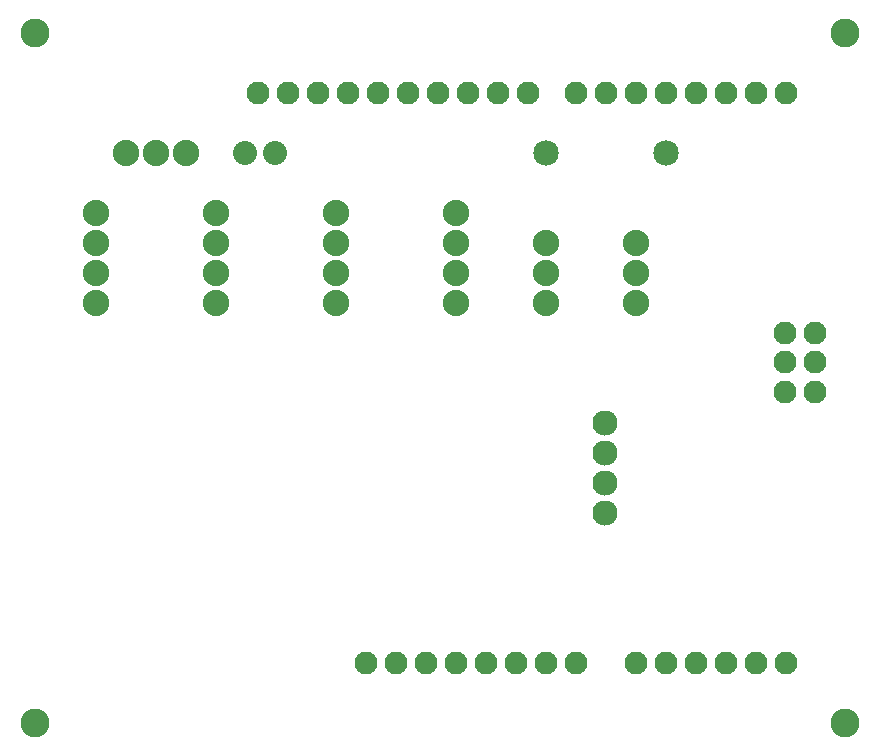
<source format=gbs>
G04 MADE WITH FRITZING*
G04 WWW.FRITZING.ORG*
G04 DOUBLE SIDED*
G04 HOLES PLATED*
G04 CONTOUR ON CENTER OF CONTOUR VECTOR*
%ASAXBY*%
%FSLAX23Y23*%
%MOIN*%
%OFA0B0*%
%SFA1.0B1.0*%
%ADD10C,0.076111*%
%ADD11C,0.076139*%
%ADD12C,0.076083*%
%ADD13C,0.083889*%
%ADD14C,0.085000*%
%ADD15C,0.080000*%
%ADD16C,0.088000*%
%ADD17C,0.096614*%
%LNMASK0*%
G90*
G70*
G54D10*
X2191Y331D03*
X2291Y331D03*
X2391Y331D03*
X2491Y331D03*
X2591Y331D03*
X1731Y2231D03*
X1631Y2231D03*
X1531Y2231D03*
X1431Y2231D03*
X1331Y2231D03*
X1231Y2231D03*
X1131Y2231D03*
X1031Y2231D03*
X931Y2231D03*
X831Y2231D03*
X2591Y2231D03*
X2491Y2231D03*
X2391Y2231D03*
G54D11*
X2291Y2231D03*
G54D10*
X2191Y2231D03*
X2091Y2231D03*
X1991Y2231D03*
X1891Y2231D03*
X1291Y331D03*
G54D12*
X1191Y331D03*
X1391Y331D03*
G54D10*
X1491Y331D03*
X1591Y331D03*
X1691Y331D03*
X1791Y331D03*
X1891Y331D03*
X2091Y331D03*
X2690Y1434D03*
G54D11*
X2590Y1434D03*
G54D10*
X2690Y1335D03*
G54D11*
X2590Y1335D03*
X2690Y1236D03*
X2590Y1236D03*
G54D13*
X1990Y1133D03*
X1990Y1033D03*
X1990Y933D03*
X1990Y833D03*
G54D14*
X1791Y2034D03*
X2191Y2034D03*
G54D15*
X790Y2034D03*
X890Y2034D03*
G54D16*
X2091Y1534D03*
X2091Y1634D03*
X2091Y1734D03*
X1791Y1534D03*
X1791Y1634D03*
X1791Y1734D03*
X1091Y1534D03*
X1091Y1634D03*
X1091Y1734D03*
X1091Y1834D03*
X691Y1534D03*
X691Y1634D03*
X691Y1734D03*
X691Y1834D03*
X291Y1534D03*
X291Y1634D03*
X291Y1734D03*
X291Y1834D03*
X1491Y1534D03*
X1491Y1634D03*
X1491Y1734D03*
X1491Y1834D03*
X391Y2034D03*
X491Y2034D03*
X591Y2034D03*
G54D17*
X2790Y134D03*
X2790Y2434D03*
X90Y2434D03*
X90Y134D03*
G04 End of Mask0*
M02*
</source>
